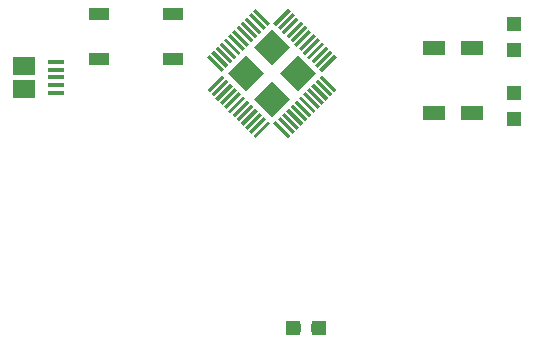
<source format=gtp>
%TF.GenerationSoftware,KiCad,Pcbnew,4.0.7*%
%TF.CreationDate,2017-11-06T20:43:19+08:00*%
%TF.ProjectId,STM32F401CCT6,53544D333246343031434354362E6B69,rev?*%
%TF.FileFunction,Paste,Top*%
%FSLAX46Y46*%
G04 Gerber Fmt 4.6, Leading zero omitted, Abs format (unit mm)*
G04 Created by KiCad (PCBNEW 4.0.7) date 11/06/17 20:43:19*
%MOMM*%
%LPD*%
G01*
G04 APERTURE LIST*
%ADD10C,0.100000*%
%ADD11R,1.900000X1.500000*%
%ADD12R,1.350000X0.400000*%
%ADD13R,1.700000X1.000000*%
%ADD14R,1.200000X1.200000*%
%ADD15R,1.900000X1.300000*%
%ADD16R,0.800000X0.750000*%
G04 APERTURE END LIST*
D10*
D11*
X-48470000Y6580000D03*
D12*
X-45770000Y8230000D03*
X-45770000Y8880000D03*
X-45770000Y6280000D03*
X-45770000Y6930000D03*
X-45770000Y7580000D03*
D11*
X-48470000Y8580000D03*
D13*
X-42130000Y12920000D03*
X-35830000Y12920000D03*
X-42130000Y9120000D03*
X-35830000Y9120000D03*
D14*
X-6990000Y12060000D03*
X-6990000Y9860000D03*
X-6990000Y6220000D03*
X-6990000Y4020000D03*
D15*
X-10560000Y4590000D03*
X-10560000Y10090000D03*
X-13760000Y10090000D03*
X-13760000Y4590000D03*
D16*
X-23831000Y-13615001D03*
X-25331000Y-13615001D03*
X-23831000Y-13615001D03*
X-25331000Y-13615001D03*
X-23831000Y-13615001D03*
X-25331000Y-13615001D03*
X-23831000Y-13615001D03*
X-25331000Y-13615001D03*
X-23831000Y-13615001D03*
X-25331000Y-13615001D03*
D14*
X-23481000Y-13615001D03*
X-25681000Y-13615001D03*
X-23481000Y-13615001D03*
X-25681000Y-13615001D03*
D10*
G36*
X-23239390Y7778578D02*
X-22001954Y6541142D01*
X-22214086Y6329010D01*
X-23451522Y7566446D01*
X-23239390Y7778578D01*
X-23239390Y7778578D01*
G37*
G36*
X-23592943Y7425025D02*
X-22355507Y6187589D01*
X-22567639Y5975457D01*
X-23805075Y7212893D01*
X-23592943Y7425025D01*
X-23592943Y7425025D01*
G37*
G36*
X-23946497Y7071471D02*
X-22709061Y5834035D01*
X-22921193Y5621903D01*
X-24158629Y6859339D01*
X-23946497Y7071471D01*
X-23946497Y7071471D01*
G37*
G36*
X-24300050Y6717918D02*
X-23062614Y5480482D01*
X-23274746Y5268350D01*
X-24512182Y6505786D01*
X-24300050Y6717918D01*
X-24300050Y6717918D01*
G37*
G36*
X-24653603Y6364365D02*
X-23416167Y5126929D01*
X-23628299Y4914797D01*
X-24865735Y6152233D01*
X-24653603Y6364365D01*
X-24653603Y6364365D01*
G37*
G36*
X-23981853Y4561243D02*
X-25219289Y5798679D01*
X-25007157Y6010811D01*
X-23769721Y4773375D01*
X-23981853Y4561243D01*
X-23981853Y4561243D01*
G37*
G36*
X-25360710Y5657258D02*
X-24123274Y4419822D01*
X-24335406Y4207690D01*
X-25572842Y5445126D01*
X-25360710Y5657258D01*
X-25360710Y5657258D01*
G37*
G36*
X-25714264Y5303704D02*
X-24476828Y4066268D01*
X-24688960Y3854136D01*
X-25926396Y5091572D01*
X-25714264Y5303704D01*
X-25714264Y5303704D01*
G37*
G36*
X-26067817Y4950151D02*
X-24830381Y3712715D01*
X-25042513Y3500583D01*
X-26279949Y4738019D01*
X-26067817Y4950151D01*
X-26067817Y4950151D01*
G37*
G36*
X-26421370Y4596598D02*
X-25183934Y3359162D01*
X-25396066Y3147030D01*
X-26633502Y4384466D01*
X-26421370Y4596598D01*
X-26421370Y4596598D01*
G37*
G36*
X-26774924Y4243044D02*
X-25537488Y3005608D01*
X-25749620Y2793476D01*
X-26987056Y4030912D01*
X-26774924Y4243044D01*
X-26774924Y4243044D01*
G37*
G36*
X-27128477Y3889491D02*
X-25891041Y2652055D01*
X-26103173Y2439923D01*
X-27340609Y3677359D01*
X-27128477Y3889491D01*
X-27128477Y3889491D01*
G37*
G36*
X-25572842Y10394874D02*
X-24335406Y11632310D01*
X-24123274Y11420178D01*
X-25360710Y10182742D01*
X-25572842Y10394874D01*
X-25572842Y10394874D01*
G37*
G36*
X-25219289Y10041321D02*
X-23981853Y11278757D01*
X-23769721Y11066625D01*
X-25007157Y9829189D01*
X-25219289Y10041321D01*
X-25219289Y10041321D01*
G37*
G36*
X-24865735Y9687767D02*
X-23628299Y10925203D01*
X-23416167Y10713071D01*
X-24653603Y9475635D01*
X-24865735Y9687767D01*
X-24865735Y9687767D01*
G37*
G36*
X-24512182Y9334214D02*
X-23274746Y10571650D01*
X-23062614Y10359518D01*
X-24300050Y9122082D01*
X-24512182Y9334214D01*
X-24512182Y9334214D01*
G37*
G36*
X-24158629Y8980661D02*
X-22921193Y10218097D01*
X-22709061Y10005965D01*
X-23946497Y8768529D01*
X-24158629Y8980661D01*
X-24158629Y8980661D01*
G37*
G36*
X-23805075Y8627107D02*
X-22567639Y9864543D01*
X-22355507Y9652411D01*
X-23592943Y8414975D01*
X-23805075Y8627107D01*
X-23805075Y8627107D01*
G37*
G36*
X-25926396Y10748428D02*
X-24688960Y11985864D01*
X-24476828Y11773732D01*
X-25714264Y10536296D01*
X-25926396Y10748428D01*
X-25926396Y10748428D01*
G37*
G36*
X-23451522Y8273554D02*
X-22214086Y9510990D01*
X-22001954Y9298858D01*
X-23239390Y8061422D01*
X-23451522Y8273554D01*
X-23451522Y8273554D01*
G37*
G36*
X-26279949Y11101981D02*
X-25042513Y12339417D01*
X-24830381Y12127285D01*
X-26067817Y10889849D01*
X-26279949Y11101981D01*
X-26279949Y11101981D01*
G37*
G36*
X-26633502Y11455534D02*
X-25396066Y12692970D01*
X-25183934Y12480838D01*
X-26421370Y11243402D01*
X-26633502Y11455534D01*
X-26633502Y11455534D01*
G37*
G36*
X-26987056Y11809088D02*
X-25749620Y13046524D01*
X-25537488Y12834392D01*
X-26774924Y11596956D01*
X-26987056Y11809088D01*
X-26987056Y11809088D01*
G37*
G36*
X-27340609Y12162641D02*
X-26103173Y13400077D01*
X-25891041Y13187945D01*
X-27128477Y11950509D01*
X-27340609Y12162641D01*
X-27340609Y12162641D01*
G37*
G36*
X-30982209Y11278757D02*
X-29744773Y10041321D01*
X-29956905Y9829189D01*
X-31194341Y11066625D01*
X-30982209Y11278757D01*
X-30982209Y11278757D01*
G37*
G36*
X-30628656Y11632310D02*
X-29391220Y10394874D01*
X-29603352Y10182742D01*
X-30840788Y11420178D01*
X-30628656Y11632310D01*
X-30628656Y11632310D01*
G37*
G36*
X-30275102Y11985864D02*
X-29037666Y10748428D01*
X-29249798Y10536296D01*
X-30487234Y11773732D01*
X-30275102Y11985864D01*
X-30275102Y11985864D01*
G37*
G36*
X-29921549Y12339417D02*
X-28684113Y11101981D01*
X-28896245Y10889849D01*
X-30133681Y12127285D01*
X-29921549Y12339417D01*
X-29921549Y12339417D01*
G37*
G36*
X-29567996Y12692970D02*
X-28330560Y11455534D01*
X-28542692Y11243402D01*
X-29780128Y12480838D01*
X-29567996Y12692970D01*
X-29567996Y12692970D01*
G37*
G36*
X-29214442Y13046524D02*
X-27977006Y11809088D01*
X-28189138Y11596956D01*
X-29426574Y12834392D01*
X-29214442Y13046524D01*
X-29214442Y13046524D01*
G37*
G36*
X-28860889Y13400077D02*
X-27623453Y12162641D01*
X-27835585Y11950509D01*
X-29073021Y13187945D01*
X-28860889Y13400077D01*
X-28860889Y13400077D01*
G37*
G36*
X-31335763Y10925203D02*
X-30098327Y9687767D01*
X-30310459Y9475635D01*
X-31547895Y10713071D01*
X-31335763Y10925203D01*
X-31335763Y10925203D01*
G37*
G36*
X-31689316Y10571650D02*
X-30451880Y9334214D01*
X-30664012Y9122082D01*
X-31901448Y10359518D01*
X-31689316Y10571650D01*
X-31689316Y10571650D01*
G37*
G36*
X-32042869Y10218097D02*
X-30805433Y8980661D01*
X-31017565Y8768529D01*
X-32255001Y10005965D01*
X-32042869Y10218097D01*
X-32042869Y10218097D01*
G37*
G36*
X-32396423Y9864543D02*
X-31158987Y8627107D01*
X-31371119Y8414975D01*
X-32608555Y9652411D01*
X-32396423Y9864543D01*
X-32396423Y9864543D01*
G37*
G36*
X-32749976Y9510990D02*
X-31512540Y8273554D01*
X-31724672Y8061422D01*
X-32962108Y9298858D01*
X-32749976Y9510990D01*
X-32749976Y9510990D01*
G37*
G36*
X-30840788Y4419822D02*
X-29603352Y5657258D01*
X-29391220Y5445126D01*
X-30628656Y4207690D01*
X-30840788Y4419822D01*
X-30840788Y4419822D01*
G37*
G36*
X-31194341Y4773375D02*
X-29956905Y6010811D01*
X-29744773Y5798679D01*
X-30982209Y4561243D01*
X-31194341Y4773375D01*
X-31194341Y4773375D01*
G37*
G36*
X-30487234Y4066268D02*
X-29249798Y5303704D01*
X-29037666Y5091572D01*
X-30275102Y3854136D01*
X-30487234Y4066268D01*
X-30487234Y4066268D01*
G37*
G36*
X-30133681Y3712715D02*
X-28896245Y4950151D01*
X-28684113Y4738019D01*
X-29921549Y3500583D01*
X-30133681Y3712715D01*
X-30133681Y3712715D01*
G37*
G36*
X-29780128Y3359162D02*
X-28542692Y4596598D01*
X-28330560Y4384466D01*
X-29567996Y3147030D01*
X-29780128Y3359162D01*
X-29780128Y3359162D01*
G37*
G36*
X-29426574Y3005608D02*
X-28189138Y4243044D01*
X-27977006Y4030912D01*
X-29214442Y2793476D01*
X-29426574Y3005608D01*
X-29426574Y3005608D01*
G37*
G36*
X-29073021Y2652055D02*
X-27835585Y3889491D01*
X-27623453Y3677359D01*
X-28860889Y2439923D01*
X-29073021Y2652055D01*
X-29073021Y2652055D01*
G37*
G36*
X-31547895Y5126929D02*
X-30310459Y6364365D01*
X-30098327Y6152233D01*
X-31335763Y4914797D01*
X-31547895Y5126929D01*
X-31547895Y5126929D01*
G37*
G36*
X-31901448Y5480482D02*
X-30664012Y6717918D01*
X-30451880Y6505786D01*
X-31689316Y5268350D01*
X-31901448Y5480482D01*
X-31901448Y5480482D01*
G37*
G36*
X-32255001Y5834035D02*
X-31017565Y7071471D01*
X-30805433Y6859339D01*
X-32042869Y5621903D01*
X-32255001Y5834035D01*
X-32255001Y5834035D01*
G37*
G36*
X-32608555Y6187589D02*
X-31371119Y7425025D01*
X-31158987Y7212893D01*
X-32396423Y5975457D01*
X-32608555Y6187589D01*
X-32608555Y6187589D01*
G37*
G36*
X-32962108Y6541142D02*
X-31724672Y7778578D01*
X-31512540Y7566446D01*
X-32749976Y6329010D01*
X-32962108Y6541142D01*
X-32962108Y6541142D01*
G37*
G36*
X-25290000Y9447351D02*
X-23762649Y7920000D01*
X-25290000Y6392649D01*
X-26817351Y7920000D01*
X-25290000Y9447351D01*
X-25290000Y9447351D01*
G37*
G36*
X-29674062Y9447351D02*
X-28146711Y7920000D01*
X-29674062Y6392649D01*
X-31201413Y7920000D01*
X-29674062Y9447351D01*
X-29674062Y9447351D01*
G37*
G36*
X-27482031Y7255320D02*
X-25954680Y5727969D01*
X-27482031Y4200618D01*
X-29009382Y5727969D01*
X-27482031Y7255320D01*
X-27482031Y7255320D01*
G37*
G36*
X-27482031Y11639382D02*
X-25954680Y10112031D01*
X-27482031Y8584680D01*
X-29009382Y10112031D01*
X-27482031Y11639382D01*
X-27482031Y11639382D01*
G37*
M02*

</source>
